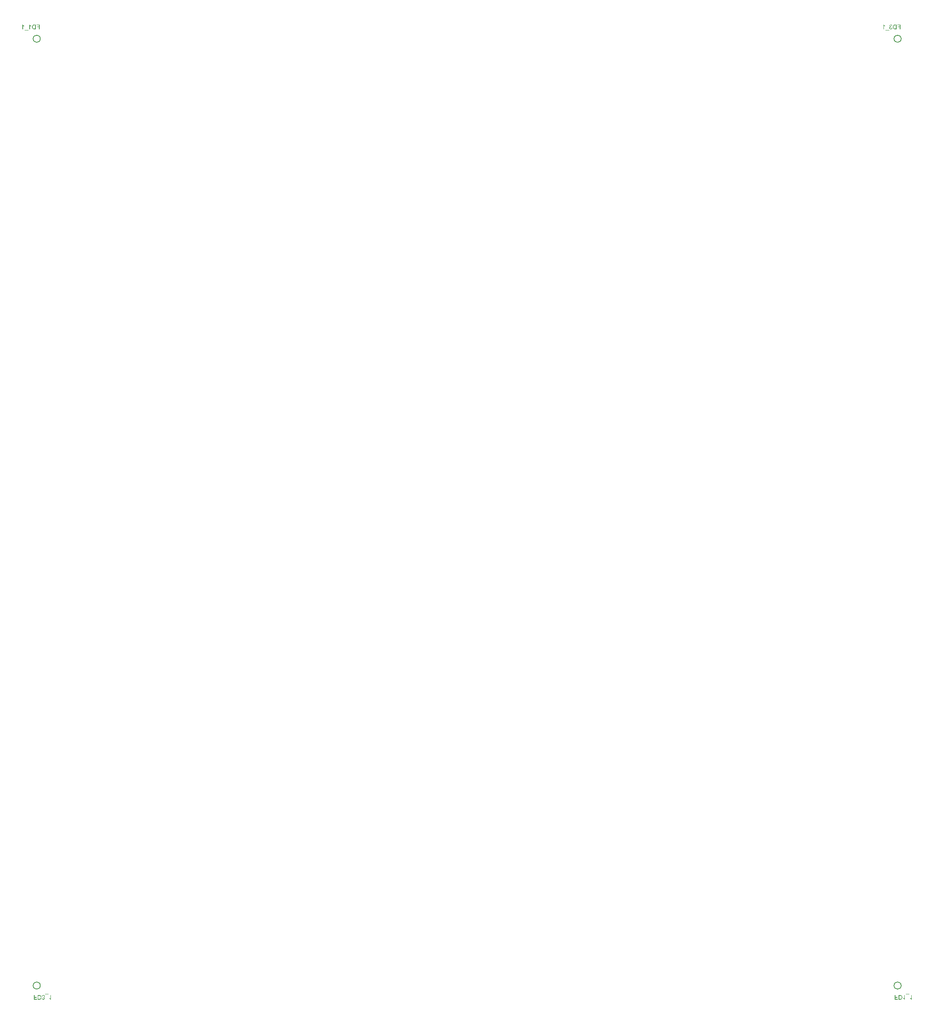
<source format=gbo>
%MOIN*%
%OFA0B0*%
%FSLAX44Y44*%
%IPPOS*%
%LPD*%
%ADD11C,0.005*%
%ADD22C,0.005*%
G01*
G75*
G36*
X00079600Y00000761D02*
X00079594Y00000771D01*
X00079587Y00000779D01*
X00079580Y00000788D01*
X00079574Y00000794D01*
X00079568Y00000799D01*
X00079565Y00000803D01*
X00079564Y00000803D01*
X00079564Y00000804D01*
X00079552Y00000813D01*
X00079541Y00000822D01*
X00079529Y00000830D01*
X00079519Y00000836D01*
X00079509Y00000841D01*
X00079505Y00000843D01*
X00079502Y00000845D01*
X00079499Y00000847D01*
X00079497Y00000848D01*
X00079496Y00000848D01*
X00079495Y00000848D01*
X00079495Y00000895D01*
X00079503Y00000891D01*
X00079512Y00000887D01*
X00079520Y00000884D01*
X00079528Y00000879D01*
X00079534Y00000876D01*
X00079540Y00000873D01*
X00079543Y00000871D01*
X00079544Y00000870D01*
X00079544Y00000870D01*
X00079554Y00000864D01*
X00079563Y00000858D01*
X00079571Y00000853D01*
X00079577Y00000847D01*
X00079582Y00000843D01*
X00079586Y00000840D01*
X00079589Y00000838D01*
X00079589Y00000837D01*
X00079589Y00001138D01*
X00079637Y00001138D01*
X00079637Y00000752D01*
X00079606Y00000752D01*
X00079600Y00000761D01*
D02*
G37*
G36*
X00079004Y00000761D02*
X00078997Y00000771D01*
X00078990Y00000779D01*
X00078983Y00000788D01*
X00078977Y00000794D01*
X00078972Y00000799D01*
X00078968Y00000803D01*
X00078967Y00000803D01*
X00078967Y00000804D01*
X00078956Y00000813D01*
X00078944Y00000822D01*
X00078932Y00000830D01*
X00078922Y00000836D01*
X00078912Y00000841D01*
X00078908Y00000843D01*
X00078905Y00000845D01*
X00078903Y00000847D01*
X00078900Y00000848D01*
X00078899Y00000848D01*
X00078898Y00000848D01*
X00078898Y00000895D01*
X00078907Y00000891D01*
X00078915Y00000887D01*
X00078924Y00000884D01*
X00078931Y00000879D01*
X00078938Y00000876D01*
X00078943Y00000873D01*
X00078946Y00000871D01*
X00078947Y00000870D01*
X00078948Y00000870D01*
X00078958Y00000864D01*
X00078966Y00000858D01*
X00078974Y00000853D01*
X00078980Y00000847D01*
X00078986Y00000843D01*
X00078990Y00000840D01*
X00078992Y00000838D01*
X00078993Y00000837D01*
X00078993Y00001138D01*
X00079040Y00001138D01*
X00079040Y00000752D01*
X00079009Y00000752D01*
X00079004Y00000761D01*
D02*
G37*
G36*
X00078169Y00001138D02*
X00078220Y00001138D01*
X00078220Y00000964D01*
X00078400Y00000964D01*
X00078400Y00000919D01*
X00078220Y00000919D01*
X00078220Y00000799D01*
X00078428Y00000799D01*
X00078428Y00000754D01*
X00078169Y00000754D01*
X00078169Y00001138D01*
D02*
G37*
G36*
X00079130Y00001244D02*
X00079442Y00001244D01*
X00079442Y00001211D01*
X00079130Y00001211D01*
X00079130Y00001244D01*
D02*
G37*
G36*
X00078494Y00001138D02*
X00078632Y00001138D01*
X00078645Y00001137D01*
X00078657Y00001137D01*
X00078667Y00001136D01*
X00078676Y00001135D01*
X00078684Y00001133D01*
X00078689Y00001133D01*
X00078693Y00001132D01*
X00078694Y00001132D01*
X00078704Y00001129D01*
X00078712Y00001126D01*
X00078720Y00001123D01*
X00078726Y00001120D01*
X00078732Y00001117D01*
X00078736Y00001115D01*
X00078739Y00001113D01*
X00078739Y00001113D01*
X00078746Y00001108D01*
X00078753Y00001102D01*
X00078759Y00001096D01*
X00078764Y00001091D01*
X00078769Y00001085D01*
X00078772Y00001081D01*
X00078774Y00001079D01*
X00078774Y00001078D01*
X00078780Y00001069D01*
X00078786Y00001060D01*
X00078790Y00001050D01*
X00078794Y00001041D01*
X00078797Y00001033D01*
X00078799Y00001027D01*
X00078800Y00001025D01*
X00078800Y00001023D01*
X00078801Y00001022D01*
X00078801Y00001022D01*
X00078804Y00001009D01*
X00078807Y00000995D01*
X00078809Y00000982D01*
X00078810Y00000970D01*
X00078811Y00000960D01*
X00078811Y00000955D01*
X00078811Y00000951D01*
X00078811Y00000948D01*
X00078811Y00000946D01*
X00078811Y00000944D01*
X00078811Y00000944D01*
X00078811Y00000925D01*
X00078809Y00000908D01*
X00078807Y00000893D01*
X00078805Y00000886D01*
X00078804Y00000879D01*
X00078802Y00000874D01*
X00078801Y00000868D01*
X00078800Y00000864D01*
X00078798Y00000860D01*
X00078797Y00000857D01*
X00078797Y00000855D01*
X00078796Y00000854D01*
X00078796Y00000853D01*
X00078790Y00000838D01*
X00078783Y00000826D01*
X00078775Y00000815D01*
X00078767Y00000805D01*
X00078761Y00000798D01*
X00078756Y00000792D01*
X00078752Y00000788D01*
X00078751Y00000787D01*
X00078750Y00000787D01*
X00078741Y00000780D01*
X00078732Y00000774D01*
X00078722Y00000769D01*
X00078714Y00000766D01*
X00078706Y00000763D01*
X00078700Y00000761D01*
X00078697Y00000760D01*
X00078696Y00000760D01*
X00078695Y00000760D01*
X00078694Y00000760D01*
X00078685Y00000758D01*
X00078674Y00000756D01*
X00078662Y00000755D01*
X00078652Y00000754D01*
X00078642Y00000754D01*
X00078494Y00000754D01*
X00078494Y00001138D01*
D02*
G37*
G36*
X00004658Y00001244D02*
X00004970Y00001244D01*
X00004970Y00001211D01*
X00004658Y00001211D01*
X00004658Y00001244D01*
D02*
G37*
G36*
X00004494Y00000753D02*
X00004479Y00000756D01*
X00004466Y00000760D01*
X00004455Y00000765D01*
X00004446Y00000770D01*
X00004442Y00000772D01*
X00004439Y00000774D01*
X00004437Y00000776D01*
X00004435Y00000777D01*
X00004434Y00000778D01*
X00004434Y00000778D01*
X00004423Y00000789D01*
X00004415Y00000800D01*
X00004408Y00000813D01*
X00004403Y00000824D01*
X00004399Y00000835D01*
X00004398Y00000840D01*
X00004397Y00000844D01*
X00004396Y00000847D01*
X00004396Y00000849D01*
X00004395Y00000851D01*
X00004395Y00000851D01*
X00004442Y00000860D01*
X00004445Y00000847D01*
X00004448Y00000837D01*
X00004452Y00000828D01*
X00004456Y00000821D01*
X00004459Y00000815D01*
X00004462Y00000811D01*
X00004465Y00000809D01*
X00004465Y00000808D01*
X00004473Y00000802D01*
X00004480Y00000798D01*
X00004488Y00000795D01*
X00004496Y00000793D01*
X00004501Y00000792D01*
X00004507Y00000791D01*
X00004511Y00000791D01*
X00004521Y00000791D01*
X00004530Y00000793D01*
X00004538Y00000796D01*
X00004544Y00000799D01*
X00004549Y00000802D01*
X00004554Y00000805D01*
X00004556Y00000807D01*
X00004556Y00000808D01*
X00004562Y00000815D01*
X00004566Y00000822D01*
X00004570Y00000829D01*
X00004572Y00000836D01*
X00004573Y00000842D01*
X00004574Y00000847D01*
X00004574Y00000850D01*
X00004574Y00000850D01*
X00004574Y00000851D01*
X00004573Y00000862D01*
X00004570Y00000872D01*
X00004566Y00000881D01*
X00004562Y00000887D01*
X00004557Y00000892D01*
X00004554Y00000896D01*
X00004551Y00000899D01*
X00004549Y00000899D01*
X00004540Y00000905D01*
X00004531Y00000908D01*
X00004522Y00000911D01*
X00004514Y00000913D01*
X00004506Y00000914D01*
X00004501Y00000915D01*
X00004493Y00000915D01*
X00004491Y00000914D01*
X00004488Y00000914D01*
X00004483Y00000955D01*
X00004490Y00000954D01*
X00004496Y00000953D01*
X00004502Y00000952D01*
X00004507Y00000951D01*
X00004511Y00000951D01*
X00004516Y00000951D01*
X00004528Y00000952D01*
X00004538Y00000954D01*
X00004547Y00000957D01*
X00004555Y00000961D01*
X00004561Y00000965D01*
X00004566Y00000968D01*
X00004568Y00000971D01*
X00004569Y00000972D01*
X00004576Y00000980D01*
X00004582Y00000989D01*
X00004586Y00000998D01*
X00004588Y00001006D01*
X00004590Y00001014D01*
X00004590Y00001020D01*
X00004591Y00001022D01*
X00004591Y00001024D01*
X00004591Y00001025D01*
X00004591Y00001025D01*
X00004590Y00001037D01*
X00004587Y00001049D01*
X00004584Y00001058D01*
X00004580Y00001067D01*
X00004575Y00001074D01*
X00004572Y00001078D01*
X00004569Y00001081D01*
X00004568Y00001082D01*
X00004559Y00001090D01*
X00004550Y00001096D01*
X00004541Y00001099D01*
X00004531Y00001102D01*
X00004524Y00001104D01*
X00004518Y00001105D01*
X00004516Y00001105D01*
X00004512Y00001105D01*
X00004502Y00001105D01*
X00004493Y00001102D01*
X00004485Y00001099D01*
X00004478Y00001096D01*
X00004472Y00001093D01*
X00004468Y00001091D01*
X00004466Y00001088D01*
X00004465Y00001088D01*
X00004458Y00001080D01*
X00004452Y00001071D01*
X00004448Y00001061D01*
X00004444Y00001052D01*
X00004441Y00001043D01*
X00004439Y00001036D01*
X00004438Y00001034D01*
X00004438Y00001032D01*
X00004438Y00001030D01*
X00004438Y00001030D01*
X00004390Y00001036D01*
X00004392Y00001045D01*
X00004393Y00001053D01*
X00004399Y00001068D01*
X00004404Y00001082D01*
X00004411Y00001094D01*
X00004414Y00001098D01*
X00004418Y00001102D01*
X00004421Y00001106D01*
X00004423Y00001109D01*
X00004425Y00001112D01*
X00004427Y00001113D01*
X00004428Y00001114D01*
X00004428Y00001115D01*
X00004435Y00001120D01*
X00004442Y00001125D01*
X00004448Y00001129D01*
X00004455Y00001132D01*
X00004469Y00001137D01*
X00004483Y00001141D01*
X00004489Y00001142D01*
X00004494Y00001143D01*
X00004499Y00001143D01*
X00004504Y00001144D01*
X00004507Y00001144D01*
X00004512Y00001144D01*
X00004522Y00001144D01*
X00004532Y00001143D01*
X00004541Y00001142D01*
X00004550Y00001139D01*
X00004558Y00001136D01*
X00004566Y00001133D01*
X00004573Y00001130D01*
X00004579Y00001127D01*
X00004585Y00001124D01*
X00004590Y00001121D01*
X00004595Y00001118D01*
X00004598Y00001115D01*
X00004601Y00001113D01*
X00004603Y00001112D01*
X00004604Y00001111D01*
X00004604Y00001110D01*
X00004611Y00001103D01*
X00004617Y00001096D01*
X00004621Y00001089D01*
X00004625Y00001082D01*
X00004630Y00001075D01*
X00004632Y00001067D01*
X00004637Y00001054D01*
X00004638Y00001048D01*
X00004640Y00001042D01*
X00004640Y00001037D01*
X00004641Y00001033D01*
X00004641Y00001029D01*
X00004641Y00001027D01*
X00004641Y00001025D01*
X00004641Y00001025D01*
X00004641Y00001011D01*
X00004638Y00000999D01*
X00004635Y00000988D01*
X00004632Y00000979D01*
X00004628Y00000972D01*
X00004625Y00000967D01*
X00004623Y00000964D01*
X00004622Y00000962D01*
X00004614Y00000954D01*
X00004606Y00000947D01*
X00004597Y00000941D01*
X00004589Y00000937D01*
X00004581Y00000933D01*
X00004575Y00000932D01*
X00004573Y00000930D01*
X00004571Y00000930D01*
X00004570Y00000930D01*
X00004569Y00000930D01*
X00004579Y00000925D01*
X00004587Y00000919D01*
X00004593Y00000914D01*
X00004599Y00000909D01*
X00004603Y00000904D01*
X00004607Y00000900D01*
X00004609Y00000898D01*
X00004609Y00000897D01*
X00004614Y00000889D01*
X00004617Y00000881D01*
X00004619Y00000874D01*
X00004621Y00000867D01*
X00004622Y00000861D01*
X00004623Y00000856D01*
X00004623Y00000853D01*
X00004623Y00000852D01*
X00004622Y00000842D01*
X00004620Y00000833D01*
X00004618Y00000825D01*
X00004616Y00000817D01*
X00004613Y00000812D01*
X00004611Y00000807D01*
X00004609Y00000804D01*
X00004609Y00000803D01*
X00004603Y00000795D01*
X00004596Y00000787D01*
X00004589Y00000781D01*
X00004583Y00000775D01*
X00004577Y00000771D01*
X00004572Y00000768D01*
X00004569Y00000767D01*
X00004568Y00000766D01*
X00004568Y00000766D01*
X00004558Y00000761D01*
X00004548Y00000758D01*
X00004538Y00000755D01*
X00004529Y00000754D01*
X00004521Y00000752D01*
X00004516Y00000752D01*
X00004502Y00000752D01*
X00004494Y00000753D01*
D02*
G37*
G36*
X00005128Y00000761D02*
X00005122Y00000771D01*
X00005115Y00000779D01*
X00005108Y00000788D01*
X00005101Y00000794D01*
X00005096Y00000799D01*
X00005092Y00000803D01*
X00005092Y00000803D01*
X00005091Y00000804D01*
X00005080Y00000813D01*
X00005068Y00000822D01*
X00005057Y00000830D01*
X00005046Y00000836D01*
X00005037Y00000841D01*
X00005033Y00000843D01*
X00005029Y00000845D01*
X00005027Y00000847D01*
X00005024Y00000848D01*
X00005023Y00000848D01*
X00005023Y00000848D01*
X00005023Y00000895D01*
X00005031Y00000891D01*
X00005040Y00000887D01*
X00005048Y00000884D01*
X00005055Y00000879D01*
X00005062Y00000876D01*
X00005067Y00000873D01*
X00005071Y00000871D01*
X00005071Y00000870D01*
X00005072Y00000870D01*
X00005082Y00000864D01*
X00005091Y00000858D01*
X00005098Y00000853D01*
X00005105Y00000847D01*
X00005110Y00000843D01*
X00005114Y00000840D01*
X00005116Y00000838D01*
X00005117Y00000837D01*
X00005117Y00001138D01*
X00005164Y00001138D01*
X00005164Y00000752D01*
X00005133Y00000752D01*
X00005128Y00000761D01*
D02*
G37*
G36*
X00004022Y00001138D02*
X00004160Y00001138D01*
X00004173Y00001137D01*
X00004184Y00001137D01*
X00004195Y00001136D01*
X00004204Y00001135D01*
X00004211Y00001133D01*
X00004217Y00001133D01*
X00004220Y00001132D01*
X00004221Y00001132D01*
X00004231Y00001129D01*
X00004240Y00001126D01*
X00004248Y00001123D01*
X00004254Y00001120D01*
X00004259Y00001117D01*
X00004263Y00001115D01*
X00004266Y00001113D01*
X00004267Y00001113D01*
X00004274Y00001108D01*
X00004280Y00001102D01*
X00004287Y00001096D01*
X00004291Y00001091D01*
X00004296Y00001085D01*
X00004299Y00001081D01*
X00004301Y00001079D01*
X00004302Y00001078D01*
X00004308Y00001069D01*
X00004313Y00001060D01*
X00004318Y00001050D01*
X00004321Y00001041D01*
X00004324Y00001033D01*
X00004327Y00001027D01*
X00004327Y00001025D01*
X00004328Y00001023D01*
X00004328Y00001022D01*
X00004328Y00001022D01*
X00004332Y00001009D01*
X00004334Y00000995D01*
X00004337Y00000982D01*
X00004338Y00000970D01*
X00004338Y00000960D01*
X00004338Y00000955D01*
X00004339Y00000951D01*
X00004339Y00000948D01*
X00004339Y00000946D01*
X00004339Y00000944D01*
X00004339Y00000944D01*
X00004338Y00000925D01*
X00004337Y00000908D01*
X00004334Y00000893D01*
X00004332Y00000886D01*
X00004331Y00000879D01*
X00004330Y00000874D01*
X00004328Y00000868D01*
X00004327Y00000864D01*
X00004326Y00000860D01*
X00004325Y00000857D01*
X00004324Y00000855D01*
X00004324Y00000854D01*
X00004324Y00000853D01*
X00004317Y00000838D01*
X00004310Y00000826D01*
X00004303Y00000815D01*
X00004295Y00000805D01*
X00004289Y00000798D01*
X00004283Y00000792D01*
X00004279Y00000788D01*
X00004279Y00000787D01*
X00004278Y00000787D01*
X00004269Y00000780D01*
X00004259Y00000774D01*
X00004250Y00000769D01*
X00004241Y00000766D01*
X00004234Y00000763D01*
X00004227Y00000761D01*
X00004225Y00000760D01*
X00004224Y00000760D01*
X00004222Y00000760D01*
X00004222Y00000760D01*
X00004212Y00000758D01*
X00004201Y00000756D01*
X00004190Y00000755D01*
X00004179Y00000754D01*
X00004169Y00000754D01*
X00004022Y00000754D01*
X00004022Y00001138D01*
D02*
G37*
G36*
X00003697Y00001138D02*
X00003747Y00001138D01*
X00003747Y00000964D01*
X00003928Y00000964D01*
X00003928Y00000919D01*
X00003747Y00000919D01*
X00003747Y00000799D01*
X00003956Y00000799D01*
X00003956Y00000754D01*
X00003697Y00000754D01*
X00003697Y00001138D01*
D02*
G37*
%LPC*%
G36*
X00078545Y00000799D02*
X00078625Y00000799D01*
X00078641Y00000799D01*
X00078655Y00000800D01*
X00078666Y00000801D01*
X00078675Y00000803D01*
X00078682Y00000805D01*
X00078687Y00000806D01*
X00078690Y00000806D01*
X00078691Y00000807D01*
X00078701Y00000812D01*
X00078710Y00000819D01*
X00078718Y00000826D01*
X00078725Y00000833D01*
X00078731Y00000840D01*
X00078735Y00000845D01*
X00078737Y00000848D01*
X00078738Y00000850D01*
X00078739Y00000850D01*
X00078739Y00000851D01*
X00078742Y00000857D01*
X00078745Y00000864D01*
X00078750Y00000879D01*
X00078754Y00000894D01*
X00078756Y00000909D01*
X00078757Y00000916D01*
X00078757Y00000922D01*
X00078758Y00000928D01*
X00078759Y00000933D01*
X00078759Y00000937D01*
X00078759Y00000940D01*
X00078759Y00000943D01*
X00078759Y00000943D01*
X00078758Y00000959D01*
X00078757Y00000973D01*
X00078755Y00000986D01*
X00078753Y00000997D01*
X00078752Y00001006D01*
X00078750Y00001009D01*
X00078750Y00001012D01*
X00078749Y00001015D01*
X00078749Y00001016D01*
X00078748Y00001017D01*
X00078748Y00001017D01*
X00078744Y00001028D01*
X00078739Y00001038D01*
X00078735Y00001046D01*
X00078731Y00001053D01*
X00078726Y00001058D01*
X00078723Y00001063D01*
X00078721Y00001065D01*
X00078720Y00001066D01*
X00078715Y00001071D01*
X00078710Y00001075D01*
X00078704Y00001078D01*
X00078698Y00001081D01*
X00078693Y00001083D01*
X00078689Y00001085D01*
X00078687Y00001085D01*
X00078685Y00001086D01*
X00078677Y00001088D01*
X00078667Y00001090D01*
X00078657Y00001091D01*
X00078648Y00001092D01*
X00078639Y00001092D01*
X00078633Y00001093D01*
X00078545Y00001093D01*
X00078545Y00000799D01*
D02*
G37*
G36*
X00004073Y00000799D02*
X00004153Y00000799D01*
X00004169Y00000799D01*
X00004182Y00000800D01*
X00004193Y00000801D01*
X00004203Y00000803D01*
X00004210Y00000805D01*
X00004214Y00000806D01*
X00004217Y00000806D01*
X00004218Y00000807D01*
X00004228Y00000812D01*
X00004238Y00000819D01*
X00004246Y00000826D01*
X00004253Y00000833D01*
X00004259Y00000840D01*
X00004263Y00000845D01*
X00004265Y00000848D01*
X00004265Y00000850D01*
X00004266Y00000850D01*
X00004266Y00000851D01*
X00004270Y00000857D01*
X00004273Y00000864D01*
X00004278Y00000879D01*
X00004282Y00000894D01*
X00004284Y00000909D01*
X00004284Y00000916D01*
X00004285Y00000922D01*
X00004286Y00000928D01*
X00004286Y00000933D01*
X00004286Y00000937D01*
X00004286Y00000940D01*
X00004286Y00000943D01*
X00004286Y00000943D01*
X00004286Y00000959D01*
X00004284Y00000973D01*
X00004283Y00000986D01*
X00004281Y00000997D01*
X00004279Y00001006D01*
X00004278Y00001009D01*
X00004277Y00001012D01*
X00004277Y00001015D01*
X00004276Y00001016D01*
X00004276Y00001017D01*
X00004276Y00001017D01*
X00004272Y00001028D01*
X00004267Y00001038D01*
X00004262Y00001046D01*
X00004258Y00001053D01*
X00004254Y00001058D01*
X00004250Y00001063D01*
X00004248Y00001065D01*
X00004248Y00001066D01*
X00004242Y00001071D01*
X00004237Y00001075D01*
X00004231Y00001078D01*
X00004225Y00001081D01*
X00004221Y00001083D01*
X00004217Y00001085D01*
X00004214Y00001085D01*
X00004213Y00001086D01*
X00004204Y00001088D01*
X00004195Y00001090D01*
X00004185Y00001091D01*
X00004176Y00001092D01*
X00004167Y00001092D01*
X00004160Y00001093D01*
X00004073Y00001093D01*
X00004073Y00000799D01*
D02*
G37*
%LPD*%
D11*
X00003627Y00001968D02*
G03*
X00003627Y00001968I00000310D01*
G01*
X00078099Y00001968D02*
G03*
X00078099Y00001968I00000310D01*
G01*
G04 next file*
G04 Layer_Color=32896*
G04 skipping 71
G01*
G75*
G36*
X00002745Y00085065D02*
X00002751Y00085055D01*
X00002758Y00085046D01*
X00002765Y00085038D01*
X00002772Y00085032D01*
X00002777Y00085026D01*
X00002781Y00085023D01*
X00002781Y00085022D01*
X00002782Y00085022D01*
X00002793Y00085012D01*
X00002805Y00085004D01*
X00002816Y00084996D01*
X00002827Y00084990D01*
X00002836Y00084984D01*
X00002840Y00084983D01*
X00002844Y00084981D01*
X00002846Y00084979D01*
X00002849Y00084978D01*
X00002850Y00084977D01*
X00002850Y00084977D01*
X00002850Y00084931D01*
X00002842Y00084935D01*
X00002833Y00084939D01*
X00002825Y00084942D01*
X00002818Y00084946D01*
X00002811Y00084950D01*
X00002806Y00084953D01*
X00002802Y00084955D01*
X00002802Y00084956D01*
X00002801Y00084956D01*
X00002791Y00084962D01*
X00002782Y00084968D01*
X00002775Y00084973D01*
X00002768Y00084979D01*
X00002763Y00084983D01*
X00002759Y00084986D01*
X00002757Y00084988D01*
X00002756Y00084988D01*
X00002756Y00084688D01*
X00002709Y00084688D01*
X00002709Y00085074D01*
X00002740Y00085074D01*
X00002745Y00085065D01*
D02*
G37*
G36*
X00003342Y00085065D02*
X00003348Y00085055D01*
X00003355Y00085046D01*
X00003362Y00085038D01*
X00003369Y00085032D01*
X00003374Y00085026D01*
X00003377Y00085023D01*
X00003378Y00085022D01*
X00003379Y00085022D01*
X00003390Y00085012D01*
X00003401Y00085004D01*
X00003413Y00084996D01*
X00003424Y00084990D01*
X00003433Y00084984D01*
X00003437Y00084983D01*
X00003441Y00084981D01*
X00003443Y00084979D01*
X00003445Y00084978D01*
X00003446Y00084977D01*
X00003447Y00084977D01*
X00003447Y00084931D01*
X00003439Y00084935D01*
X00003430Y00084939D01*
X00003422Y00084942D01*
X00003414Y00084946D01*
X00003408Y00084950D01*
X00003403Y00084953D01*
X00003399Y00084955D01*
X00003398Y00084956D01*
X00003398Y00084956D01*
X00003388Y00084962D01*
X00003379Y00084968D01*
X00003372Y00084973D01*
X00003365Y00084979D01*
X00003360Y00084983D01*
X00003356Y00084986D01*
X00003353Y00084988D01*
X00003353Y00084988D01*
X00003353Y00084688D01*
X00003305Y00084688D01*
X00003305Y00085074D01*
X00003336Y00085074D01*
X00003342Y00085065D01*
D02*
G37*
G36*
X00004177Y00084688D02*
X00004126Y00084688D01*
X00004126Y00084862D01*
X00003945Y00084862D01*
X00003945Y00084907D01*
X00004126Y00084907D01*
X00004126Y00085027D01*
X00003917Y00085027D01*
X00003917Y00085072D01*
X00004177Y00085072D01*
X00004177Y00084688D01*
D02*
G37*
G36*
X00003215Y00084581D02*
X00002903Y00084581D01*
X00002903Y00084615D01*
X00003215Y00084615D01*
X00003215Y00084581D01*
D02*
G37*
G36*
X00003851Y00084688D02*
X00003713Y00084688D01*
X00003700Y00084688D01*
X00003689Y00084689D01*
X00003678Y00084690D01*
X00003669Y00084691D01*
X00003662Y00084692D01*
X00003656Y00084693D01*
X00003653Y00084694D01*
X00003652Y00084694D01*
X00003642Y00084697D01*
X00003633Y00084700D01*
X00003625Y00084703D01*
X00003619Y00084706D01*
X00003614Y00084709D01*
X00003610Y00084711D01*
X00003607Y00084712D01*
X00003606Y00084713D01*
X00003599Y00084718D01*
X00003593Y00084724D01*
X00003586Y00084730D01*
X00003582Y00084735D01*
X00003577Y00084740D01*
X00003574Y00084745D01*
X00003572Y00084747D01*
X00003571Y00084748D01*
X00003565Y00084757D01*
X00003560Y00084766D01*
X00003555Y00084776D01*
X00003552Y00084784D01*
X00003549Y00084792D01*
X00003546Y00084798D01*
X00003546Y00084801D01*
X00003545Y00084802D01*
X00003545Y00084804D01*
X00003545Y00084804D01*
X00003541Y00084817D01*
X00003539Y00084831D01*
X00003537Y00084844D01*
X00003535Y00084856D01*
X00003535Y00084866D01*
X00003535Y00084871D01*
X00003534Y00084874D01*
X00003534Y00084878D01*
X00003534Y00084880D01*
X00003534Y00084881D01*
X00003534Y00084882D01*
X00003535Y00084901D01*
X00003537Y00084918D01*
X00003539Y00084933D01*
X00003541Y00084940D01*
X00003542Y00084946D01*
X00003543Y00084952D01*
X00003545Y00084957D01*
X00003546Y00084962D01*
X00003547Y00084966D01*
X00003548Y00084969D01*
X00003549Y00084971D01*
X00003549Y00084972D01*
X00003549Y00084973D01*
X00003556Y00084987D01*
X00003563Y00085000D01*
X00003570Y00085011D01*
X00003578Y00085021D01*
X00003585Y00085028D01*
X00003590Y00085034D01*
X00003594Y00085038D01*
X00003594Y00085039D01*
X00003595Y00085039D01*
X00003604Y00085046D01*
X00003614Y00085052D01*
X00003623Y00085056D01*
X00003632Y00085060D01*
X00003639Y00085063D01*
X00003646Y00085065D01*
X00003648Y00085066D01*
X00003649Y00085066D01*
X00003651Y00085066D01*
X00003651Y00085066D01*
X00003661Y00085068D01*
X00003672Y00085070D01*
X00003683Y00085071D01*
X00003694Y00085072D01*
X00003704Y00085072D01*
X00003851Y00085072D01*
X00003851Y00084688D01*
D02*
G37*
G36*
X00077688Y00084581D02*
X00077375Y00084581D01*
X00077375Y00084615D01*
X00077688Y00084615D01*
X00077688Y00084581D01*
D02*
G37*
G36*
X00077852Y00085073D02*
X00077866Y00085070D01*
X00077880Y00085066D01*
X00077891Y00085061D01*
X00077900Y00085056D01*
X00077903Y00085053D01*
X00077906Y00085052D01*
X00077909Y00085050D01*
X00077911Y00085049D01*
X00077911Y00085048D01*
X00077912Y00085048D01*
X00077922Y00085037D01*
X00077931Y00085025D01*
X00077938Y00085013D01*
X00077942Y00085001D01*
X00077946Y00084991D01*
X00077948Y00084986D01*
X00077949Y00084982D01*
X00077949Y00084979D01*
X00077950Y00084977D01*
X00077950Y00084975D01*
X00077950Y00084974D01*
X00077903Y00084966D01*
X00077901Y00084979D01*
X00077897Y00084989D01*
X00077894Y00084998D01*
X00077890Y00085005D01*
X00077886Y00085011D01*
X00077883Y00085015D01*
X00077881Y00085017D01*
X00077880Y00085018D01*
X00077873Y00085024D01*
X00077865Y00085028D01*
X00077857Y00085031D01*
X00077850Y00085033D01*
X00077844Y00085034D01*
X00077839Y00085035D01*
X00077834Y00085035D01*
X00077824Y00085035D01*
X00077815Y00085032D01*
X00077808Y00085030D01*
X00077801Y00085026D01*
X00077796Y00085024D01*
X00077792Y00085021D01*
X00077790Y00085018D01*
X00077789Y00085018D01*
X00077783Y00085011D01*
X00077779Y00085004D01*
X00077776Y00084997D01*
X00077774Y00084990D01*
X00077773Y00084984D01*
X00077771Y00084979D01*
X00077771Y00084976D01*
X00077771Y00084976D01*
X00077771Y00084975D01*
X00077773Y00084963D01*
X00077776Y00084953D01*
X00077779Y00084945D01*
X00077784Y00084939D01*
X00077788Y00084933D01*
X00077792Y00084929D01*
X00077795Y00084927D01*
X00077796Y00084926D01*
X00077805Y00084921D01*
X00077815Y00084918D01*
X00077824Y00084915D01*
X00077832Y00084913D01*
X00077839Y00084912D01*
X00077845Y00084911D01*
X00077852Y00084911D01*
X00077855Y00084912D01*
X00077857Y00084912D01*
X00077863Y00084870D01*
X00077856Y00084872D01*
X00077849Y00084873D01*
X00077843Y00084874D01*
X00077839Y00084874D01*
X00077835Y00084875D01*
X00077829Y00084875D01*
X00077818Y00084874D01*
X00077808Y00084871D01*
X00077798Y00084869D01*
X00077791Y00084864D01*
X00077784Y00084860D01*
X00077780Y00084857D01*
X00077777Y00084855D01*
X00077776Y00084854D01*
X00077769Y00084846D01*
X00077764Y00084837D01*
X00077760Y00084828D01*
X00077757Y00084819D01*
X00077756Y00084812D01*
X00077755Y00084806D01*
X00077755Y00084804D01*
X00077755Y00084802D01*
X00077755Y00084801D01*
X00077755Y00084801D01*
X00077756Y00084788D01*
X00077758Y00084777D01*
X00077762Y00084767D01*
X00077766Y00084759D01*
X00077770Y00084752D01*
X00077774Y00084747D01*
X00077776Y00084745D01*
X00077777Y00084743D01*
X00077786Y00084736D01*
X00077795Y00084730D01*
X00077805Y00084726D01*
X00077814Y00084723D01*
X00077822Y00084722D01*
X00077828Y00084721D01*
X00077830Y00084721D01*
X00077833Y00084721D01*
X00077843Y00084721D01*
X00077853Y00084723D01*
X00077861Y00084726D01*
X00077867Y00084729D01*
X00077873Y00084733D01*
X00077877Y00084735D01*
X00077880Y00084737D01*
X00077881Y00084738D01*
X00077887Y00084746D01*
X00077893Y00084754D01*
X00077898Y00084764D01*
X00077901Y00084774D01*
X00077904Y00084783D01*
X00077906Y00084790D01*
X00077907Y00084792D01*
X00077907Y00084794D01*
X00077908Y00084795D01*
X00077908Y00084796D01*
X00077955Y00084790D01*
X00077954Y00084781D01*
X00077952Y00084773D01*
X00077947Y00084757D01*
X00077941Y00084744D01*
X00077934Y00084732D01*
X00077931Y00084728D01*
X00077928Y00084723D01*
X00077925Y00084720D01*
X00077922Y00084716D01*
X00077920Y00084714D01*
X00077918Y00084712D01*
X00077918Y00084712D01*
X00077917Y00084711D01*
X00077911Y00084706D01*
X00077904Y00084701D01*
X00077897Y00084697D01*
X00077890Y00084694D01*
X00077876Y00084688D01*
X00077863Y00084685D01*
X00077857Y00084684D01*
X00077851Y00084683D01*
X00077846Y00084682D01*
X00077842Y00084682D01*
X00077838Y00084681D01*
X00077833Y00084681D01*
X00077824Y00084682D01*
X00077814Y00084683D01*
X00077804Y00084684D01*
X00077795Y00084687D01*
X00077787Y00084690D01*
X00077780Y00084692D01*
X00077773Y00084695D01*
X00077766Y00084699D01*
X00077761Y00084702D01*
X00077756Y00084705D01*
X00077751Y00084708D01*
X00077747Y00084711D01*
X00077745Y00084713D01*
X00077743Y00084714D01*
X00077742Y00084715D01*
X00077741Y00084716D01*
X00077735Y00084723D01*
X00077729Y00084730D01*
X00077724Y00084737D01*
X00077720Y00084744D01*
X00077716Y00084751D01*
X00077713Y00084759D01*
X00077709Y00084772D01*
X00077707Y00084778D01*
X00077706Y00084784D01*
X00077705Y00084788D01*
X00077705Y00084793D01*
X00077704Y00084797D01*
X00077704Y00084799D01*
X00077704Y00084801D01*
X00077704Y00084801D01*
X00077705Y00084815D01*
X00077707Y00084827D01*
X00077710Y00084838D01*
X00077714Y00084846D01*
X00077718Y00084853D01*
X00077721Y00084859D01*
X00077723Y00084862D01*
X00077723Y00084863D01*
X00077731Y00084872D01*
X00077740Y00084879D01*
X00077749Y00084885D01*
X00077757Y00084889D01*
X00077764Y00084893D01*
X00077770Y00084894D01*
X00077773Y00084895D01*
X00077774Y00084895D01*
X00077776Y00084896D01*
X00077776Y00084896D01*
X00077767Y00084901D01*
X00077759Y00084907D01*
X00077752Y00084912D01*
X00077746Y00084917D01*
X00077742Y00084922D01*
X00077739Y00084925D01*
X00077737Y00084928D01*
X00077736Y00084929D01*
X00077732Y00084936D01*
X00077729Y00084945D01*
X00077726Y00084952D01*
X00077725Y00084959D01*
X00077723Y00084965D01*
X00077723Y00084970D01*
X00077723Y00084973D01*
X00077723Y00084974D01*
X00077723Y00084984D01*
X00077725Y00084993D01*
X00077728Y00085001D01*
X00077730Y00085008D01*
X00077732Y00085014D01*
X00077735Y00085019D01*
X00077736Y00085022D01*
X00077737Y00085023D01*
X00077743Y00085031D01*
X00077749Y00085039D01*
X00077756Y00085045D01*
X00077763Y00085050D01*
X00077769Y00085055D01*
X00077773Y00085057D01*
X00077777Y00085059D01*
X00077777Y00085060D01*
X00077778Y00085060D01*
X00077788Y00085065D01*
X00077798Y00085068D01*
X00077808Y00085070D01*
X00077817Y00085072D01*
X00077824Y00085073D01*
X00077830Y00085074D01*
X00077843Y00085074D01*
X00077852Y00085073D01*
D02*
G37*
G36*
X00077217Y00085065D02*
X00077224Y00085055D01*
X00077231Y00085046D01*
X00077238Y00085038D01*
X00077244Y00085032D01*
X00077250Y00085026D01*
X00077253Y00085023D01*
X00077254Y00085022D01*
X00077254Y00085022D01*
X00077265Y00085012D01*
X00077277Y00085004D01*
X00077289Y00084996D01*
X00077299Y00084990D01*
X00077309Y00084984D01*
X00077313Y00084983D01*
X00077316Y00084981D01*
X00077319Y00084979D01*
X00077321Y00084978D01*
X00077322Y00084977D01*
X00077323Y00084977D01*
X00077323Y00084931D01*
X00077315Y00084935D01*
X00077306Y00084939D01*
X00077298Y00084942D01*
X00077290Y00084946D01*
X00077284Y00084950D01*
X00077278Y00084953D01*
X00077275Y00084955D01*
X00077274Y00084956D01*
X00077274Y00084956D01*
X00077264Y00084962D01*
X00077255Y00084968D01*
X00077247Y00084973D01*
X00077241Y00084979D01*
X00077236Y00084983D01*
X00077232Y00084986D01*
X00077229Y00084988D01*
X00077229Y00084988D01*
X00077229Y00084688D01*
X00077181Y00084688D01*
X00077181Y00085074D01*
X00077212Y00085074D01*
X00077217Y00085065D01*
D02*
G37*
G36*
X00078324Y00084688D02*
X00078186Y00084688D01*
X00078173Y00084688D01*
X00078161Y00084689D01*
X00078151Y00084690D01*
X00078142Y00084691D01*
X00078134Y00084692D01*
X00078129Y00084693D01*
X00078125Y00084694D01*
X00078124Y00084694D01*
X00078114Y00084697D01*
X00078105Y00084700D01*
X00078098Y00084703D01*
X00078091Y00084706D01*
X00078086Y00084709D01*
X00078082Y00084711D01*
X00078079Y00084712D01*
X00078079Y00084713D01*
X00078072Y00084718D01*
X00078065Y00084724D01*
X00078059Y00084730D01*
X00078054Y00084735D01*
X00078049Y00084740D01*
X00078046Y00084745D01*
X00078044Y00084747D01*
X00078043Y00084748D01*
X00078038Y00084757D01*
X00078032Y00084766D01*
X00078028Y00084776D01*
X00078024Y00084784D01*
X00078021Y00084792D01*
X00078019Y00084798D01*
X00078018Y00084801D01*
X00078018Y00084802D01*
X00078017Y00084804D01*
X00078017Y00084804D01*
X00078014Y00084817D01*
X00078011Y00084831D01*
X00078009Y00084844D01*
X00078008Y00084856D01*
X00078007Y00084866D01*
X00078007Y00084871D01*
X00078007Y00084874D01*
X00078007Y00084878D01*
X00078007Y00084880D01*
X00078007Y00084881D01*
X00078007Y00084882D01*
X00078007Y00084901D01*
X00078009Y00084918D01*
X00078011Y00084933D01*
X00078013Y00084940D01*
X00078014Y00084946D01*
X00078015Y00084952D01*
X00078017Y00084957D01*
X00078018Y00084962D01*
X00078020Y00084966D01*
X00078021Y00084969D01*
X00078021Y00084971D01*
X00078022Y00084972D01*
X00078022Y00084973D01*
X00078028Y00084987D01*
X00078035Y00085000D01*
X00078043Y00085011D01*
X00078050Y00085021D01*
X00078057Y00085028D01*
X00078062Y00085034D01*
X00078066Y00085038D01*
X00078067Y00085039D01*
X00078067Y00085039D01*
X00078077Y00085046D01*
X00078086Y00085052D01*
X00078096Y00085056D01*
X00078104Y00085060D01*
X00078112Y00085063D01*
X00078118Y00085065D01*
X00078121Y00085066D01*
X00078122Y00085066D01*
X00078123Y00085066D01*
X00078124Y00085066D01*
X00078133Y00085068D01*
X00078144Y00085070D01*
X00078156Y00085071D01*
X00078166Y00085072D01*
X00078176Y00085072D01*
X00078324Y00085072D01*
X00078324Y00084688D01*
D02*
G37*
G36*
X00078649Y00084688D02*
X00078598Y00084688D01*
X00078598Y00084862D01*
X00078418Y00084862D01*
X00078418Y00084907D01*
X00078598Y00084907D01*
X00078598Y00085027D01*
X00078390Y00085027D01*
X00078390Y00085072D01*
X00078649Y00085072D01*
X00078649Y00084688D01*
D02*
G37*
%LPC*%
G36*
X00003800Y00085027D02*
X00003720Y00085027D01*
X00003704Y00085026D01*
X00003691Y00085026D01*
X00003680Y00085025D01*
X00003670Y00085023D01*
X00003663Y00085021D01*
X00003659Y00085020D01*
X00003656Y00085019D01*
X00003655Y00085019D01*
X00003645Y00085014D01*
X00003635Y00085007D01*
X00003627Y00085000D01*
X00003620Y00084993D01*
X00003614Y00084986D01*
X00003610Y00084980D01*
X00003608Y00084978D01*
X00003608Y00084976D01*
X00003607Y00084976D01*
X00003607Y00084975D01*
X00003603Y00084969D01*
X00003600Y00084962D01*
X00003595Y00084947D01*
X00003592Y00084932D01*
X00003589Y00084917D01*
X00003589Y00084910D01*
X00003588Y00084904D01*
X00003587Y00084898D01*
X00003587Y00084893D01*
X00003587Y00084888D01*
X00003587Y00084885D01*
X00003587Y00084883D01*
X00003587Y00084883D01*
X00003587Y00084867D01*
X00003589Y00084853D01*
X00003590Y00084840D01*
X00003592Y00084829D01*
X00003594Y00084820D01*
X00003595Y00084816D01*
X00003596Y00084814D01*
X00003596Y00084811D01*
X00003597Y00084809D01*
X00003597Y00084809D01*
X00003597Y00084808D01*
X00003601Y00084798D01*
X00003606Y00084788D01*
X00003611Y00084780D01*
X00003615Y00084773D01*
X00003619Y00084767D01*
X00003622Y00084763D01*
X00003625Y00084760D01*
X00003625Y00084760D01*
X00003631Y00084755D01*
X00003636Y00084751D01*
X00003642Y00084748D01*
X00003648Y00084745D01*
X00003652Y00084743D01*
X00003656Y00084741D01*
X00003659Y00084740D01*
X00003660Y00084740D01*
X00003669Y00084737D01*
X00003678Y00084736D01*
X00003688Y00084735D01*
X00003697Y00084734D01*
X00003706Y00084733D01*
X00003713Y00084733D01*
X00003800Y00084733D01*
X00003800Y00085027D01*
D02*
G37*
G36*
X00078273Y00085027D02*
X00078193Y00085027D01*
X00078177Y00085026D01*
X00078163Y00085026D01*
X00078152Y00085025D01*
X00078143Y00085023D01*
X00078136Y00085021D01*
X00078131Y00085020D01*
X00078128Y00085019D01*
X00078127Y00085019D01*
X00078117Y00085014D01*
X00078108Y00085007D01*
X00078100Y00085000D01*
X00078093Y00084993D01*
X00078087Y00084986D01*
X00078083Y00084980D01*
X00078081Y00084978D01*
X00078080Y00084976D01*
X00078079Y00084976D01*
X00078079Y00084975D01*
X00078076Y00084969D01*
X00078073Y00084962D01*
X00078067Y00084947D01*
X00078064Y00084932D01*
X00078062Y00084917D01*
X00078061Y00084910D01*
X00078060Y00084904D01*
X00078060Y00084898D01*
X00078059Y00084893D01*
X00078059Y00084888D01*
X00078059Y00084885D01*
X00078059Y00084883D01*
X00078059Y00084883D01*
X00078060Y00084867D01*
X00078061Y00084853D01*
X00078063Y00084840D01*
X00078065Y00084829D01*
X00078066Y00084820D01*
X00078067Y00084816D01*
X00078068Y00084814D01*
X00078069Y00084811D01*
X00078069Y00084809D01*
X00078070Y00084809D01*
X00078070Y00084808D01*
X00078074Y00084798D01*
X00078079Y00084788D01*
X00078083Y00084780D01*
X00078087Y00084773D01*
X00078091Y00084767D01*
X00078095Y00084763D01*
X00078097Y00084760D01*
X00078098Y00084760D01*
X00078103Y00084755D01*
X00078108Y00084751D01*
X00078114Y00084748D01*
X00078120Y00084745D01*
X00078125Y00084743D01*
X00078129Y00084741D01*
X00078131Y00084740D01*
X00078132Y00084740D01*
X00078141Y00084737D01*
X00078151Y00084736D01*
X00078160Y00084735D01*
X00078170Y00084734D01*
X00078179Y00084733D01*
X00078185Y00084733D01*
X00078273Y00084733D01*
X00078273Y00085027D01*
D02*
G37*
%LPD*%
D22*
X00078719Y00083858D02*
G03*
X00078719Y00083858I-00000310D01*
G01*
X00004247Y00083858D02*
G03*
X00004247Y00083858I-00000310D01*
G01*
G04 next file*
G04 Layer_Color=32896*
G04 skipping 71
G01*
G75*
G04 next file*
G04 Layer_Color=32896*
G04 skipping 71
G01*
G75*
G04 next file*
G04 Layer_Color=32896*
G04 skipping 71
G01*
G75*
G04 next file*
G04 Layer_Color=32896*
G04 skipping 71
G01*
G75*
G04 next file*
G04 Layer_Color=32896*
G04 skipping 71
G01*
G75*
G04 next file*
G04 Layer_Color=32896*
G04 skipping 71
G01*
G75*
G04 next file*
G04 Layer_Color=32896*
G04 skipping 71
G01*
G75*
G04 next file*
G04 Layer_Color=32896*
G04 skipping 71
G01*
G75*
G04 next file*
G04 Layer_Color=32896*
G04 skipping 71
G01*
G75*
G04 next file*
G04 Layer_Color=32896*
G04 skipping 71
G01*
G75*
G04 next file*
G04 Layer_Color=32896*
G04 skipping 71
G01*
G75*
G04 next file*
G04 Layer_Color=32896*
G04 skipping 71
G01*
G75*
M02*
</source>
